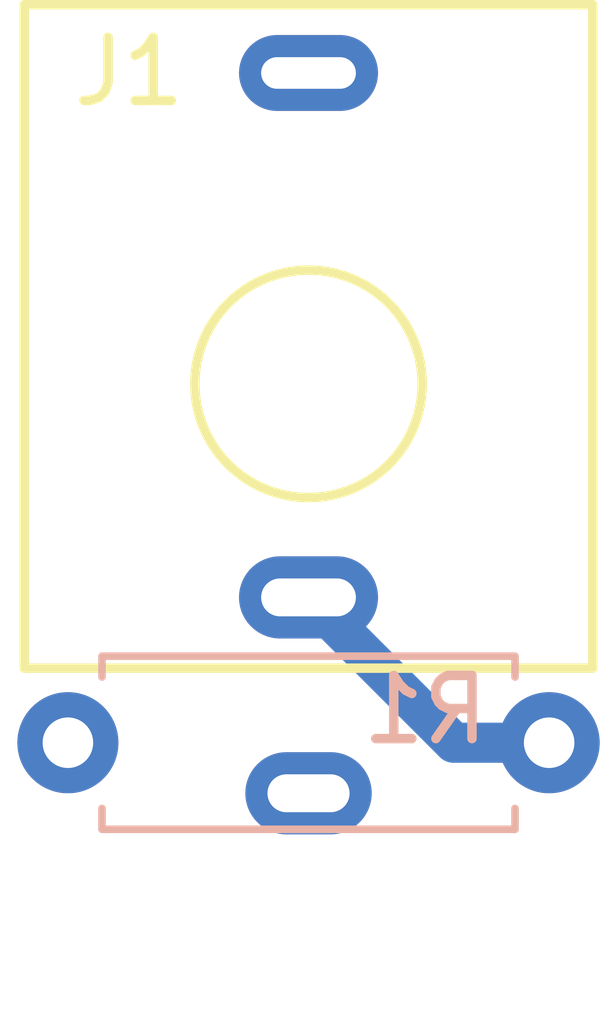
<source format=kicad_pcb>
(kicad_pcb (version 20211014) (generator pcbnew)
  (layers (0 "F.Cu" signal) (31 "B.Cu" signal) (34 "B.Paste" user) (35 "F.Paste" user) (36 "B.SilkS" user "B.Silkscreen") (37 "F.SilkS" user "F.Silkscreen") (38 "B.Mask" user) (39 "F.Mask" user) (44 "Edge.Cuts" user))
  (net 0 "")
  (net 1 "GND")
  (net 2 "Pin0")
  (net 3 "Normalling0")
  (net 4 "Net-(J1-PadTN)")
  (footprint "Connector_Thonk:ThonkiconnJack" (layer "F.Cu") (at 0 0)
    (fp_text reference "J1" (at -2.84 -4.94) (layer "F.SilkS"))
    (fp_text value "IN")
    (fp_line (start -4.5 4.5) (end 4.5 4.5) (layer "F.SilkS") (width 0.15))
    (fp_line (start -4.5 -6) (end 4.5 -6) (layer "F.SilkS") (width 0.15))
    (fp_line (start 4.5 -6) (end 4.5 4.5) (layer "F.SilkS") (width 0.15))
    (fp_line (start -4.5 -6) (end -4.5 4.5) (layer "F.SilkS") (width 0.15))
    (fp_circle (center 0 0) (end 1.8 0) (layer "F.SilkS") (width 0.15) (fill none))
    (pad "" np_thru_hole circle locked (at 0 0) (size 2.5 2.5) (drill 2.5) (layers *.Cu *.Mask))
    (pad "S" thru_hole oval locked (at 0 6.48) (size 2 1.3) (drill oval 1.3 0.6) (layers *.Cu *.Mask) (net 1 "GND"))
    (pad "T" thru_hole oval locked (at 0 -4.92) (size 2.2 1.2) (drill oval 1.5 0.5) (layers *.Cu *.Mask) (net 2 "Pin0"))
    (pad "TN" thru_hole oval locked (at 0 3.38) (size 2.2 1.3) (drill oval 1.5 0.6) (layers *.Cu *.Mask) (net 4 "Net-(J1-PadTN)"))
  )
  (footprint "Resistor_THT:R_Axial_DIN0207_L6.3mm_D2.5mm_P7.62mm_Horizontal" (layer "B.Cu") (at -3.81 5.68)
    (fp_text reference "R1" (at 5.66 -0.52) (layer "B.SilkS") (effects (justify mirror)))
    (fp_text value "10k")
    (fp_line (start 0.54 1.04) (end 0.54 1.37) (layer "B.SilkS") (width 0.12))
    (fp_line (start 7.08 1.37) (end 7.08 1.04) (layer "B.SilkS") (width 0.12))
    (fp_line (start 0.54 -1.04) (end 0.54 -1.37) (layer "B.SilkS") (width 0.12))
    (fp_line (start 7.08 -1.37) (end 7.08 -1.04) (layer "B.SilkS") (width 0.12))
    (fp_line (start 0.54 1.37) (end 7.08 1.37) (layer "B.SilkS") (width 0.12))
    (fp_line (start 0.54 -1.37) (end 7.08 -1.37) (layer "B.SilkS") (width 0.12))
    (pad "1" thru_hole circle (at 0 0) (size 1.6 1.6) (drill 0.8) (layers *.Cu *.Mask) (net 3 "Normalling0"))
    (pad "2" thru_hole oval (at 7.62 0) (size 1.6 1.6) (drill 0.8) (layers *.Cu *.Mask) (net 4 "Net-(J1-PadTN)"))
  )
  (segment (start 2.3 5.68) (end 0 3.38) (width 0.635) (layer "B.Cu") (net 4))
  (segment (start 3.81 5.68) (end 2.3 5.68) (width 0.635) (layer "B.Cu") (net 4))
)
</source>
